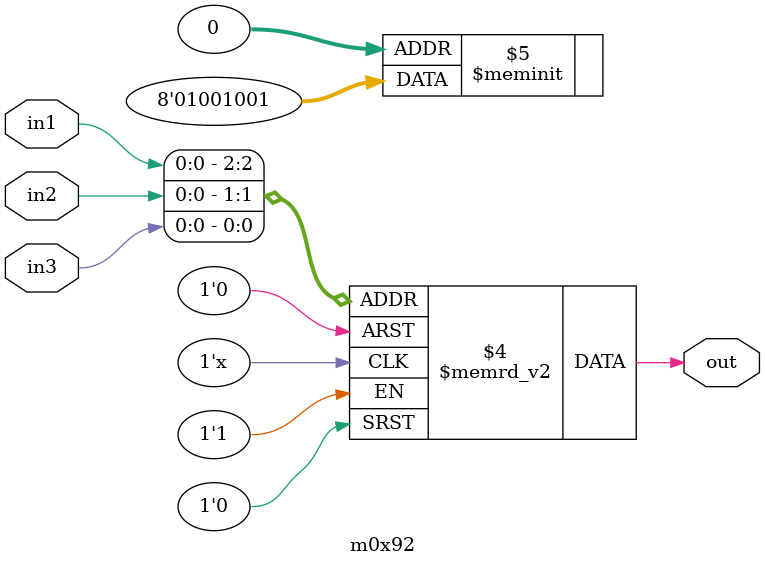
<source format=v>
module m0x92(output out, input in1, in2, in3);

   always @(in1, in2, in3)
     begin
        case({in1, in2, in3})
          3'b000: {out} = 1'b1;
          3'b001: {out} = 1'b0;
          3'b010: {out} = 1'b0;
          3'b011: {out} = 1'b1;
          3'b100: {out} = 1'b0;
          3'b101: {out} = 1'b0;
          3'b110: {out} = 1'b1;
          3'b111: {out} = 1'b0;
        endcase // case ({in1, in2, in3})
     end // always @ (in1, in2, in3)

endmodule // m0x92
</source>
